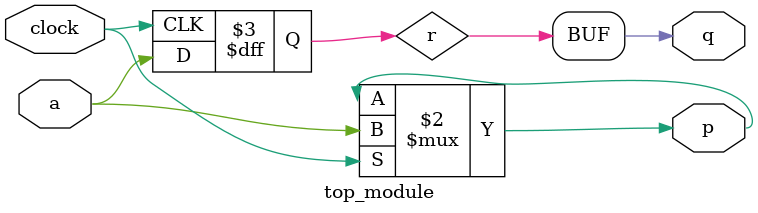
<source format=v>

`default_nettype none

module top_module (
    input   clock,
    input   a,
    output  p,
    output  q
);

    reg     r;
    always @(negedge clock) begin
        r <= a;
    end

    assign q = r;

    assign p = clock ? a : p;

endmodule

</source>
